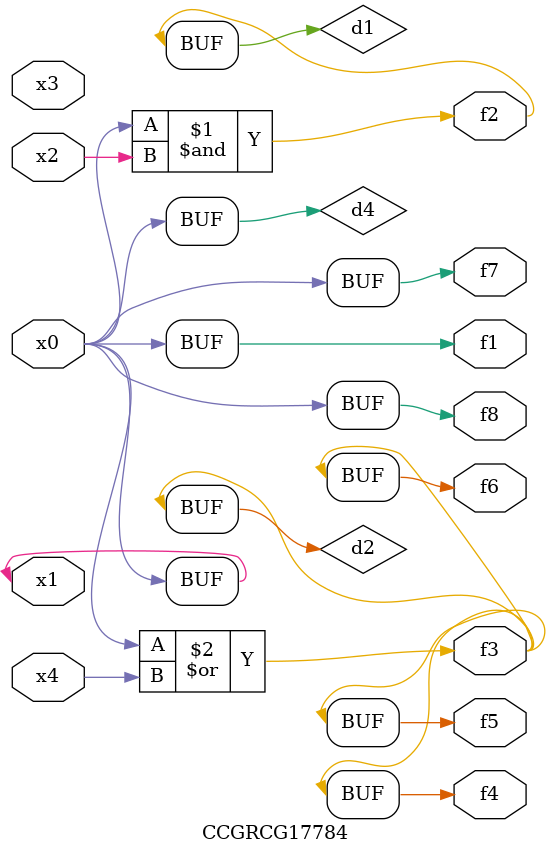
<source format=v>
module CCGRCG17784(
	input x0, x1, x2, x3, x4,
	output f1, f2, f3, f4, f5, f6, f7, f8
);

	wire d1, d2, d3, d4;

	and (d1, x0, x2);
	or (d2, x0, x4);
	nand (d3, x0, x2);
	buf (d4, x0, x1);
	assign f1 = d4;
	assign f2 = d1;
	assign f3 = d2;
	assign f4 = d2;
	assign f5 = d2;
	assign f6 = d2;
	assign f7 = d4;
	assign f8 = d4;
endmodule

</source>
